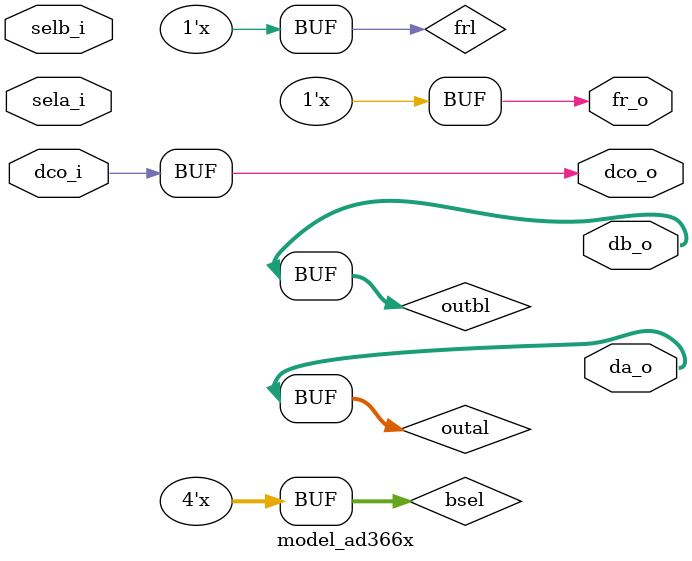
<source format=sv>


`timescale 1ns/1ps

module model_ad366x #(
  parameter TPHS = 0    ,
  parameter LW   = 2    ,
  parameter TSER = 0.1  ,
  parameter TDLY = 0.1   
)
(
  input      [  4-1:0] sela_i   , // data select
  input      [  4-1:0] selb_i   , // data select
  input                dco_i    , // data clock
  output reg           dco_o    , // data clock
  output reg           fr_o     , // frame
  output reg [ LW-1:0] da_o     , // data
  output reg [ LW-1:0] db_o       // data
);

localparam PW = 16/LW;
localparam CW = $clog2(PW) + 1;

always @(*) begin
/* #TSER*/ dco_o <= dco_i;
end

reg  [16-1: 0] data = 0;
reg  [16-1: 0] outa = 0;
reg  [16-1: 0] datb = 0;
reg  [16-1: 0] outb = 0;
reg  [CW-1: 0] bsel = 1;

reg            frl   = 0;
reg  [LW-1: 0] outal = 0;
reg  [LW-1: 0] outbl = 0;

always @(posedge dco_o) begin

  if (&bsel[2:0])begin
   outa <= data ;
   outb <= datb ;
  end

  if (&bsel[2:0]) begin
    if (sela_i == 0) data <= 0 ;
    if (sela_i == 1) data <= data + 1 ;
    if (sela_i == 2) data <= {16{data[0]}} ^ 16'h5555 ; // AAAA:5555
  end

  if (&bsel[2:0]) begin
    if (selb_i == 0) datb <= 0 ;
    if (selb_i == 1) datb <= datb + 1 ;
    if (selb_i == 2) datb <= {16{datb[0]}} ^ 16'h5555 ; // AAAA:5555
  end
end



//if (LW==2) begin
 always @(dco_o) begin
  frl  <= bsel[3]  ;
  bsel <= bsel + 1 ;

  case (bsel[2:0])
    3'h0 : outal <=  {outa[15], outa[14]} ;  // 1 0
    3'h1 : outal <=  {outa[13], outa[12]} ;  // 1 0
    3'h2 : outal <=  {outa[11], outa[10]} ;  // 1 0
    3'h3 : outal <=  {outa[ 9], outa[ 8]} ;  // 1 0
    3'h4 : outal <=  {outa[ 7], outa[ 6]} ;  // 1 0
    3'h5 : outal <=  {outa[ 5], outa[ 4]} ;  // 1 0
    3'h6 : outal <=  {outa[ 3], outa[ 2]} ;  // 1 0
    3'h7 : outal <=  {outa[ 1], outa[ 0]} ;  // 1 0
  endcase
  case (bsel[2:0])
    3'h0 : outbl <=  {outb[15], outb[14]} ;  // 1 0
    3'h1 : outbl <=  {outb[13], outb[12]} ;  // 1 0
    3'h2 : outbl <=  {outb[11], outb[10]} ;  // 1 0
    3'h3 : outbl <=  {outb[ 9], outb[ 8]} ;  // 1 0
    3'h4 : outbl <=  {outb[ 7], outb[ 6]} ;  // 1 0
    3'h5 : outbl <=  {outb[ 5], outb[ 4]} ;  // 1 0
    3'h6 : outbl <=  {outb[ 3], outb[ 2]} ;  // 1 0
    3'h7 : outbl <=  {outb[ 1], outb[ 0]} ;  // 1 0
  endcase
 end
//end






always @(dco_o)
  #TDLY  fr_o <= frl   ;
always @(dco_o)
  #TDLY  da_o <= outal ;
always @(dco_o)
  #TDLY  db_o <= outbl ;



endmodule

</source>
